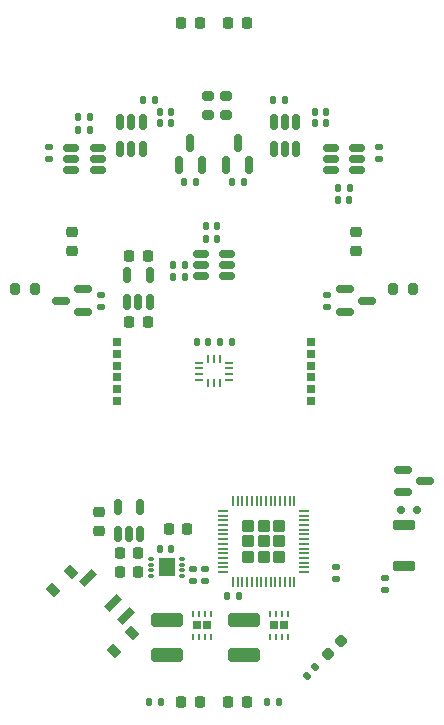
<source format=gbr>
%TF.GenerationSoftware,KiCad,Pcbnew,(7.0.0)*%
%TF.CreationDate,2024-08-06T08:44:49+09:00*%
%TF.ProjectId,extraice,65787472-6169-4636-952e-6b696361645f,rev?*%
%TF.SameCoordinates,Original*%
%TF.FileFunction,Paste,Top*%
%TF.FilePolarity,Positive*%
%FSLAX46Y46*%
G04 Gerber Fmt 4.6, Leading zero omitted, Abs format (unit mm)*
G04 Created by KiCad (PCBNEW (7.0.0)) date 2024-08-06 08:44:49*
%MOMM*%
%LPD*%
G01*
G04 APERTURE LIST*
G04 Aperture macros list*
%AMRoundRect*
0 Rectangle with rounded corners*
0 $1 Rounding radius*
0 $2 $3 $4 $5 $6 $7 $8 $9 X,Y pos of 4 corners*
0 Add a 4 corners polygon primitive as box body*
4,1,4,$2,$3,$4,$5,$6,$7,$8,$9,$2,$3,0*
0 Add four circle primitives for the rounded corners*
1,1,$1+$1,$2,$3*
1,1,$1+$1,$4,$5*
1,1,$1+$1,$6,$7*
1,1,$1+$1,$8,$9*
0 Add four rect primitives between the rounded corners*
20,1,$1+$1,$2,$3,$4,$5,0*
20,1,$1+$1,$4,$5,$6,$7,0*
20,1,$1+$1,$6,$7,$8,$9,0*
20,1,$1+$1,$8,$9,$2,$3,0*%
%AMRotRect*
0 Rectangle, with rotation*
0 The origin of the aperture is its center*
0 $1 length*
0 $2 width*
0 $3 Rotation angle, in degrees counterclockwise*
0 Add horizontal line*
21,1,$1,$2,0,0,$3*%
G04 Aperture macros list end*
%ADD10RoundRect,0.150000X0.150000X-0.512500X0.150000X0.512500X-0.150000X0.512500X-0.150000X-0.512500X0*%
%ADD11RoundRect,0.135000X0.185000X-0.135000X0.185000X0.135000X-0.185000X0.135000X-0.185000X-0.135000X0*%
%ADD12RoundRect,0.225000X-0.225000X-0.250000X0.225000X-0.250000X0.225000X0.250000X-0.225000X0.250000X0*%
%ADD13R,0.800000X0.800000*%
%ADD14RoundRect,0.150000X-0.587500X-0.150000X0.587500X-0.150000X0.587500X0.150000X-0.587500X0.150000X0*%
%ADD15RoundRect,0.140000X0.140000X0.170000X-0.140000X0.170000X-0.140000X-0.170000X0.140000X-0.170000X0*%
%ADD16RoundRect,0.075000X-0.175000X-0.075000X0.175000X-0.075000X0.175000X0.075000X-0.175000X0.075000X0*%
%ADD17R,1.400000X1.600000*%
%ADD18RoundRect,0.225000X0.225000X0.250000X-0.225000X0.250000X-0.225000X-0.250000X0.225000X-0.250000X0*%
%ADD19RoundRect,0.150000X0.587500X0.150000X-0.587500X0.150000X-0.587500X-0.150000X0.587500X-0.150000X0*%
%ADD20RoundRect,0.140000X-0.140000X-0.170000X0.140000X-0.170000X0.140000X0.170000X-0.140000X0.170000X0*%
%ADD21RoundRect,0.135000X-0.135000X-0.185000X0.135000X-0.185000X0.135000X0.185000X-0.135000X0.185000X0*%
%ADD22R,0.650000X0.750000*%
%ADD23R,0.250000X0.500000*%
%ADD24RoundRect,0.150000X0.150000X-0.587500X0.150000X0.587500X-0.150000X0.587500X-0.150000X-0.587500X0*%
%ADD25RoundRect,0.250000X-0.285000X0.285000X-0.285000X-0.285000X0.285000X-0.285000X0.285000X0.285000X0*%
%ADD26RoundRect,0.050000X-0.050000X0.350000X-0.050000X-0.350000X0.050000X-0.350000X0.050000X0.350000X0*%
%ADD27RoundRect,0.050000X-0.350000X0.050000X-0.350000X-0.050000X0.350000X-0.050000X0.350000X0.050000X0*%
%ADD28RoundRect,0.135000X-0.035355X0.226274X-0.226274X0.035355X0.035355X-0.226274X0.226274X-0.035355X0*%
%ADD29RoundRect,0.200000X0.275000X-0.200000X0.275000X0.200000X-0.275000X0.200000X-0.275000X-0.200000X0*%
%ADD30RoundRect,0.200000X0.200000X0.275000X-0.200000X0.275000X-0.200000X-0.275000X0.200000X-0.275000X0*%
%ADD31RoundRect,0.150000X-0.150000X0.512500X-0.150000X-0.512500X0.150000X-0.512500X0.150000X0.512500X0*%
%ADD32RoundRect,0.150000X0.512500X0.150000X-0.512500X0.150000X-0.512500X-0.150000X0.512500X-0.150000X0*%
%ADD33RoundRect,0.225000X-0.250000X0.225000X-0.250000X-0.225000X0.250000X-0.225000X0.250000X0.225000X0*%
%ADD34RoundRect,0.200000X-0.200000X-0.275000X0.200000X-0.275000X0.200000X0.275000X-0.200000X0.275000X0*%
%ADD35RoundRect,0.218750X0.218750X0.256250X-0.218750X0.256250X-0.218750X-0.256250X0.218750X-0.256250X0*%
%ADD36RoundRect,0.135000X-0.185000X0.135000X-0.185000X-0.135000X0.185000X-0.135000X0.185000X0.135000X0*%
%ADD37R,0.675000X0.250000*%
%ADD38R,0.250000X0.675000*%
%ADD39RotRect,1.000000X0.800000X315.000000*%
%ADD40RotRect,0.700000X1.500000X315.000000*%
%ADD41RoundRect,0.250000X-1.100000X0.325000X-1.100000X-0.325000X1.100000X-0.325000X1.100000X0.325000X0*%
%ADD42RoundRect,0.218750X-0.218750X-0.256250X0.218750X-0.256250X0.218750X0.256250X-0.218750X0.256250X0*%
%ADD43RoundRect,0.135000X0.135000X0.185000X-0.135000X0.185000X-0.135000X-0.185000X0.135000X-0.185000X0*%
%ADD44RoundRect,0.150000X0.150000X0.200000X-0.150000X0.200000X-0.150000X-0.200000X0.150000X-0.200000X0*%
%ADD45RoundRect,0.150000X-0.512500X-0.150000X0.512500X-0.150000X0.512500X0.150000X-0.512500X0.150000X0*%
%ADD46RoundRect,0.218750X-0.026517X0.335876X-0.335876X0.026517X0.026517X-0.335876X0.335876X-0.026517X0*%
%ADD47RoundRect,0.090000X0.810000X-0.360000X0.810000X0.360000X-0.810000X0.360000X-0.810000X-0.360000X0*%
G04 APERTURE END LIST*
D10*
%TO.C,U17*%
X132650000Y-94137500D03*
X133600000Y-94137500D03*
X134550000Y-94137500D03*
X134550000Y-91862500D03*
X132650000Y-91862500D03*
%TD*%
D11*
%TO.C,R10*%
X126000000Y-82010000D03*
X126000000Y-80990000D03*
%TD*%
D12*
%TO.C,C18*%
X137225000Y-70500000D03*
X138775000Y-70500000D03*
%TD*%
D13*
%TO.C,J9*%
X131799999Y-97499999D03*
X131799999Y-98499999D03*
X131799999Y-99499999D03*
X131799999Y-100499999D03*
X131799999Y-101499999D03*
X131799999Y-102499999D03*
%TD*%
D10*
%TO.C,U1*%
X131850000Y-113737500D03*
X132800000Y-113737500D03*
X133750000Y-113737500D03*
X133750000Y-111462500D03*
X131850000Y-111462500D03*
%TD*%
D14*
%TO.C,Q5*%
X151062500Y-93050000D03*
X151062500Y-94950000D03*
X152937500Y-94000000D03*
%TD*%
D15*
%TO.C,C21*%
X129480000Y-79600000D03*
X128520000Y-79600000D03*
%TD*%
D16*
%TO.C,U6*%
X134700000Y-115850000D03*
X134700000Y-116350000D03*
X134700000Y-116850000D03*
X134700000Y-117350000D03*
X137300000Y-117350000D03*
X137300000Y-116850000D03*
X137300000Y-116350000D03*
X137300000Y-115850000D03*
D17*
X135999999Y-116599999D03*
%TD*%
D15*
%TO.C,C25*%
X151480000Y-84500000D03*
X150520000Y-84500000D03*
%TD*%
D18*
%TO.C,C3*%
X134375000Y-95800000D03*
X132825000Y-95800000D03*
%TD*%
D19*
%TO.C,Q3*%
X128937500Y-94950000D03*
X128937500Y-93050000D03*
X127062500Y-94000000D03*
%TD*%
D20*
%TO.C,C20*%
X128520000Y-78500000D03*
X129480000Y-78500000D03*
%TD*%
D21*
%TO.C,R28*%
X144990000Y-77000000D03*
X146010000Y-77000000D03*
%TD*%
D15*
%TO.C,C11*%
X136380000Y-115000000D03*
X135420000Y-115000000D03*
%TD*%
D22*
%TO.C,U5*%
X138599999Y-121499999D03*
X139399999Y-121499999D03*
D23*
X138249999Y-122449999D03*
X138749999Y-122449999D03*
X139249999Y-122449999D03*
X139749999Y-122449999D03*
X139749999Y-120549999D03*
X139249999Y-120549999D03*
X138749999Y-120549999D03*
X138249999Y-120549999D03*
%TD*%
D20*
%TO.C,C27*%
X150500000Y-85500000D03*
X151460000Y-85500000D03*
%TD*%
D24*
%TO.C,Q2*%
X141050000Y-82537500D03*
X142950000Y-82537500D03*
X142000000Y-80662500D03*
%TD*%
D25*
%TO.C,U3*%
X145530000Y-113070000D03*
X144200000Y-113070000D03*
X142870000Y-113070000D03*
X145530000Y-114400000D03*
X144200000Y-114400000D03*
X142870000Y-114400000D03*
X145530000Y-115730000D03*
X144200000Y-115730000D03*
X142870000Y-115730000D03*
D26*
X146800000Y-110950000D03*
X146400000Y-110950000D03*
X146000000Y-110950000D03*
X145600000Y-110950000D03*
X145200000Y-110950000D03*
X144800000Y-110950000D03*
X144400000Y-110950000D03*
X144000000Y-110950000D03*
X143600000Y-110950000D03*
X143200000Y-110950000D03*
X142800000Y-110950000D03*
X142400000Y-110950000D03*
X142000000Y-110950000D03*
X141600000Y-110950000D03*
D27*
X140750000Y-111800000D03*
X140750000Y-112200000D03*
X140750000Y-112600000D03*
X140750000Y-113000000D03*
X140750000Y-113400000D03*
X140750000Y-113800000D03*
X140750000Y-114200000D03*
X140750000Y-114600000D03*
X140750000Y-115000000D03*
X140750000Y-115400000D03*
X140750000Y-115800000D03*
X140750000Y-116200000D03*
X140750000Y-116600000D03*
X140750000Y-117000000D03*
D26*
X141600000Y-117850000D03*
X142000000Y-117850000D03*
X142400000Y-117850000D03*
X142800000Y-117850000D03*
X143200000Y-117850000D03*
X143600000Y-117850000D03*
X144000000Y-117850000D03*
X144400000Y-117850000D03*
X144800000Y-117850000D03*
X145200000Y-117850000D03*
X145600000Y-117850000D03*
X146000000Y-117850000D03*
X146400000Y-117850000D03*
X146800000Y-117850000D03*
D27*
X147650000Y-117000000D03*
X147650000Y-116600000D03*
X147650000Y-116200000D03*
X147650000Y-115800000D03*
X147650000Y-115400000D03*
X147650000Y-115000000D03*
X147650000Y-114600000D03*
X147650000Y-114200000D03*
X147650000Y-113800000D03*
X147650000Y-113400000D03*
X147650000Y-113000000D03*
X147650000Y-112600000D03*
X147650000Y-112200000D03*
X147650000Y-111800000D03*
%TD*%
D28*
%TO.C,R2*%
X148560624Y-125039376D03*
X147839376Y-125760624D03*
%TD*%
D22*
%TO.C,U2*%
X145099999Y-121499999D03*
X145899999Y-121499999D03*
D23*
X144749999Y-122449999D03*
X145249999Y-122449999D03*
X145749999Y-122449999D03*
X146249999Y-122449999D03*
X146249999Y-120549999D03*
X145749999Y-120549999D03*
X145249999Y-120549999D03*
X144749999Y-120549999D03*
%TD*%
D29*
%TO.C,R6*%
X139500000Y-78325000D03*
X139500000Y-76675000D03*
%TD*%
D20*
%TO.C,C22*%
X135420000Y-79000000D03*
X136380000Y-79000000D03*
%TD*%
D11*
%TO.C,R26*%
X149600000Y-94510000D03*
X149600000Y-93490000D03*
%TD*%
D30*
%TO.C,R23*%
X124825000Y-93000000D03*
X123175000Y-93000000D03*
%TD*%
D31*
%TO.C,U18*%
X146950000Y-78862500D03*
X146000000Y-78862500D03*
X145050000Y-78862500D03*
X145050000Y-81137500D03*
X146000000Y-81137500D03*
X146950000Y-81137500D03*
%TD*%
D21*
%TO.C,R4*%
X144490000Y-128000000D03*
X145510000Y-128000000D03*
%TD*%
D32*
%TO.C,U19*%
X152137500Y-82950000D03*
X152137500Y-82000000D03*
X152137500Y-81050000D03*
X149862500Y-81050000D03*
X149862500Y-82000000D03*
X149862500Y-82950000D03*
%TD*%
D12*
%TO.C,C12*%
X132825000Y-90200000D03*
X134375000Y-90200000D03*
%TD*%
D33*
%TO.C,C9*%
X128000000Y-88225000D03*
X128000000Y-89775000D03*
%TD*%
D34*
%TO.C,R9*%
X155175000Y-93000000D03*
X156825000Y-93000000D03*
%TD*%
D18*
%TO.C,C7*%
X142775000Y-70500000D03*
X141225000Y-70500000D03*
%TD*%
D29*
%TO.C,R8*%
X141000000Y-78325000D03*
X141000000Y-76675000D03*
%TD*%
D15*
%TO.C,C26*%
X149480000Y-79000000D03*
X148520000Y-79000000D03*
%TD*%
D33*
%TO.C,C19*%
X152000000Y-88225000D03*
X152000000Y-89775000D03*
%TD*%
D18*
%TO.C,C2*%
X133575000Y-117000000D03*
X132025000Y-117000000D03*
%TD*%
D35*
%TO.C,D2*%
X142787500Y-128000000D03*
X141212500Y-128000000D03*
%TD*%
D36*
%TO.C,R24*%
X130400000Y-93490000D03*
X130400000Y-94510000D03*
%TD*%
D37*
%TO.C,U9*%
X141262499Y-100749999D03*
X141262499Y-100249999D03*
X141262499Y-99749999D03*
X141262499Y-99249999D03*
D38*
X140499999Y-98987499D03*
X139999999Y-98987499D03*
X139499999Y-98987499D03*
D37*
X138737499Y-99249999D03*
X138737499Y-99749999D03*
X138737499Y-100249999D03*
X138737499Y-100749999D03*
D38*
X139499999Y-101012499D03*
X139999999Y-101012499D03*
X140499999Y-101012499D03*
%TD*%
D14*
%TO.C,Q1*%
X155962500Y-108350000D03*
X155962500Y-110250000D03*
X157837500Y-109300000D03*
%TD*%
D31*
%TO.C,U11*%
X133950000Y-78862500D03*
X133000000Y-78862500D03*
X132050000Y-78862500D03*
X132050000Y-81137500D03*
X133000000Y-81137500D03*
X133950000Y-81137500D03*
%TD*%
D36*
%TO.C,R18*%
X139200000Y-116690000D03*
X139200000Y-117710000D03*
%TD*%
D20*
%TO.C,C28*%
X139320000Y-87700000D03*
X140280000Y-87700000D03*
%TD*%
D21*
%TO.C,R5*%
X136490000Y-91000000D03*
X137510000Y-91000000D03*
%TD*%
D39*
%TO.C,SW1*%
X127900826Y-116967516D03*
X126338120Y-118530222D03*
X133062705Y-122129395D03*
X131499999Y-123692101D03*
D40*
X129350394Y-117497846D03*
X131471715Y-119619166D03*
X132532375Y-120679827D03*
%TD*%
D11*
%TO.C,R14*%
X150300000Y-117610000D03*
X150300000Y-116590000D03*
%TD*%
D41*
%TO.C,C8*%
X136000000Y-121025000D03*
X136000000Y-123975000D03*
%TD*%
D20*
%TO.C,C16*%
X138520000Y-97500000D03*
X139480000Y-97500000D03*
%TD*%
D18*
%TO.C,C1*%
X133575000Y-115400000D03*
X132025000Y-115400000D03*
%TD*%
D15*
%TO.C,C29*%
X140280000Y-88800000D03*
X139320000Y-88800000D03*
%TD*%
%TO.C,C23*%
X136380000Y-78000000D03*
X135420000Y-78000000D03*
%TD*%
D42*
%TO.C,D1*%
X137212500Y-128000000D03*
X138787500Y-128000000D03*
%TD*%
D43*
%TO.C,R3*%
X136490000Y-92000000D03*
X137510000Y-92000000D03*
%TD*%
D20*
%TO.C,C10*%
X141120000Y-119000000D03*
X142080000Y-119000000D03*
%TD*%
D44*
%TO.C,D3*%
X155800000Y-111700000D03*
X157200000Y-111700000D03*
%TD*%
D43*
%TO.C,R1*%
X135510000Y-128000000D03*
X134490000Y-128000000D03*
%TD*%
%TO.C,R16*%
X138510000Y-84000000D03*
X137490000Y-84000000D03*
%TD*%
D33*
%TO.C,C4*%
X130300000Y-111925000D03*
X130300000Y-113475000D03*
%TD*%
D45*
%TO.C,U10*%
X138862500Y-90050000D03*
X138862500Y-91000000D03*
X138862500Y-91950000D03*
X141137500Y-91950000D03*
X141137500Y-91000000D03*
X141137500Y-90050000D03*
%TD*%
D24*
%TO.C,Q4*%
X137050000Y-82537500D03*
X138950000Y-82537500D03*
X138000000Y-80662500D03*
%TD*%
D21*
%TO.C,R27*%
X133990000Y-77000000D03*
X135010000Y-77000000D03*
%TD*%
D41*
%TO.C,C5*%
X142500000Y-121025000D03*
X142500000Y-123975000D03*
%TD*%
D36*
%TO.C,R17*%
X138200000Y-116690000D03*
X138200000Y-117710000D03*
%TD*%
D45*
%TO.C,U4*%
X127862500Y-81050000D03*
X127862500Y-82000000D03*
X127862500Y-82950000D03*
X130137500Y-82950000D03*
X130137500Y-82000000D03*
X130137500Y-81050000D03*
%TD*%
D12*
%TO.C,C6*%
X136200000Y-113300000D03*
X137750000Y-113300000D03*
%TD*%
D13*
%TO.C,J7*%
X148199999Y-102499999D03*
X148199999Y-101499999D03*
X148199999Y-100499999D03*
X148199999Y-99499999D03*
X148199999Y-98499999D03*
X148199999Y-97499999D03*
%TD*%
D11*
%TO.C,R7*%
X154500000Y-118510000D03*
X154500000Y-117490000D03*
%TD*%
D43*
%TO.C,R22*%
X142510000Y-84000000D03*
X141490000Y-84000000D03*
%TD*%
D36*
%TO.C,R29*%
X154000000Y-80990000D03*
X154000000Y-82010000D03*
%TD*%
D46*
%TO.C,D4*%
X150756847Y-122843153D03*
X149643153Y-123956847D03*
%TD*%
D20*
%TO.C,C15*%
X140520000Y-97500000D03*
X141480000Y-97500000D03*
%TD*%
%TO.C,C24*%
X148520000Y-78000000D03*
X149480000Y-78000000D03*
%TD*%
D47*
%TO.C,LS1*%
X156100000Y-116500000D03*
X156100000Y-113000000D03*
%TD*%
M02*

</source>
